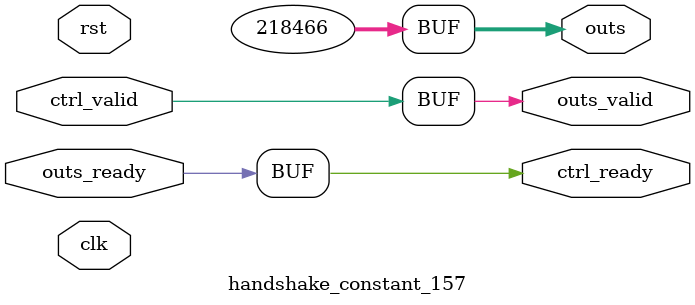
<source format=v>
`timescale 1ns / 1ps
module handshake_constant_157 #(
  parameter DATA_WIDTH = 32  // Default set to 32 bits
) (
  input                       clk,
  input                       rst,
  // Input Channel
  input                       ctrl_valid,
  output                      ctrl_ready,
  // Output Channel
  output [DATA_WIDTH - 1 : 0] outs,
  output                      outs_valid,
  input                       outs_ready
);
  assign outs       = 19'b0110101010101100010;
  assign outs_valid = ctrl_valid;
  assign ctrl_ready = outs_ready;

endmodule

</source>
